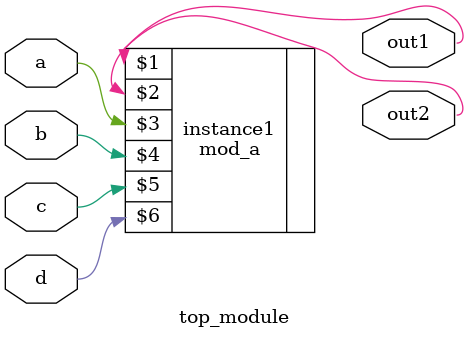
<source format=v>
module top_module ( 
    input a, 
    input b, 
    input c,
    input d,
    output out1,
    output out2
);
    mod_a instance1(out1,out2,a,b,c,d);
endmodule

</source>
